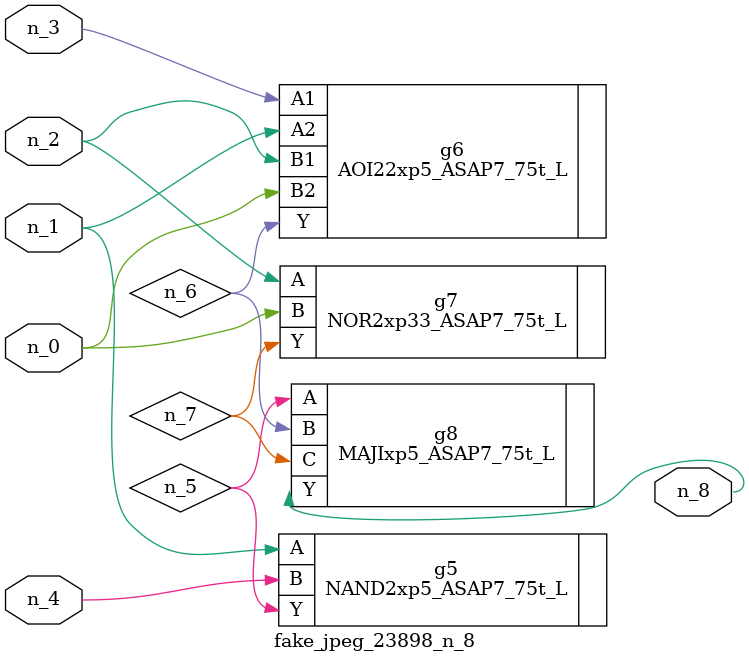
<source format=v>
module fake_jpeg_23898_n_8 (n_3, n_2, n_1, n_0, n_4, n_8);

input n_3;
input n_2;
input n_1;
input n_0;
input n_4;

output n_8;

wire n_6;
wire n_5;
wire n_7;

NAND2xp5_ASAP7_75t_L g5 ( 
.A(n_1),
.B(n_4),
.Y(n_5)
);

AOI22xp5_ASAP7_75t_L g6 ( 
.A1(n_3),
.A2(n_1),
.B1(n_2),
.B2(n_0),
.Y(n_6)
);

NOR2xp33_ASAP7_75t_L g7 ( 
.A(n_2),
.B(n_0),
.Y(n_7)
);

MAJIxp5_ASAP7_75t_L g8 ( 
.A(n_5),
.B(n_6),
.C(n_7),
.Y(n_8)
);


endmodule
</source>
